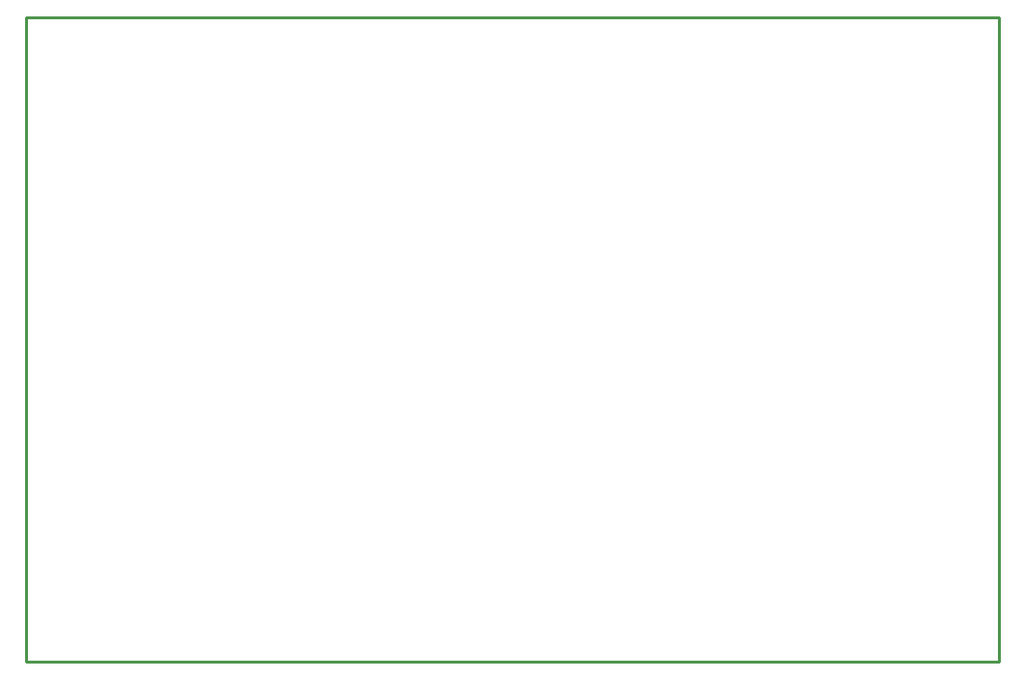
<source format=gko>
G04 Layer: BoardOutline*
G04 EasyEDA v6.3.43, 2020-05-24T14:32:55--3:00*
G04 a60beb115e6d4cc6af766ae4472ff299,4133ba2459604e99bbbe5cdf154db1fe,10*
G04 Gerber Generator version 0.2*
G04 Scale: 100 percent, Rotated: No, Reflected: No *
G04 Dimensions in millimeters *
G04 leading zeros omitted , absolute positions ,3 integer and 3 decimal *
%FSLAX33Y33*%
%MOMM*%
G90*
G71D02*

%ADD10C,0.254000*%
G54D10*
G01X0Y56515D02*
G01X85344Y56515D01*
G01X85344Y0D01*
G01X0Y0D01*
G01X0Y56515D01*

%LPD*%
M00*
M02*

</source>
